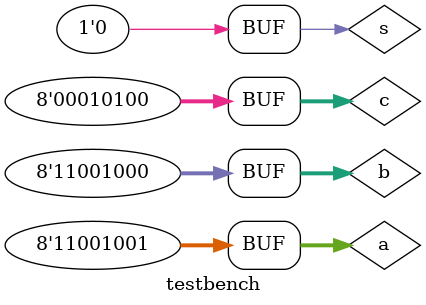
<source format=v>
`timescale 1ns/1ns
module testbench();
	reg [7:0] a, b, c;
	reg s;
	wire [15:0] d;

	hw2_nonpipe uut(a, b, c, s, d);

	initial
		begin
			// (a+b)*c
			s = 1;
            a = 1; b = 2; c = 3; #10;
            a = 2; b = 0; c = 0; #10;
            a = 5; b = 8; c = 6; #10;
			a = 20; b = 50; c = 2; #10;

			// (a-b)*c
			s = 0;
            a = 12; b = 5; c = 10; #10;
            a = 20; b = 17; c = 3; #10;
            a = 500; b = 103; c = 0; #10;
			a = 201; b = 200; c = 20; #10;
		end
endmodule
</source>
